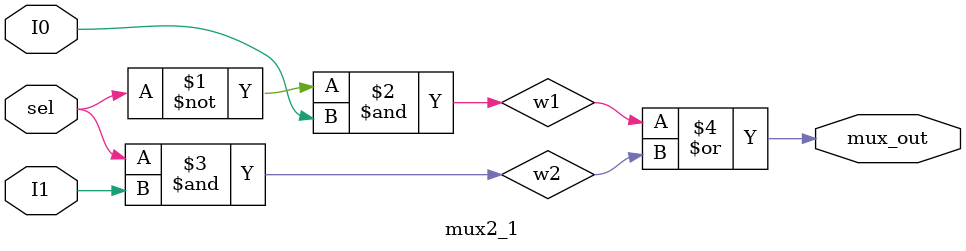
<source format=v>

module mux2_1(mux_out, sel, I0, I1);
	input sel, I0, I1;
	output mux_out;
	
	wire w1, w2;
	
	and and0(w1, ~sel, I0);
	and and1(w2, sel, I1);
	or or0(mux_out, w1, w2);
	
endmodule //
</source>
